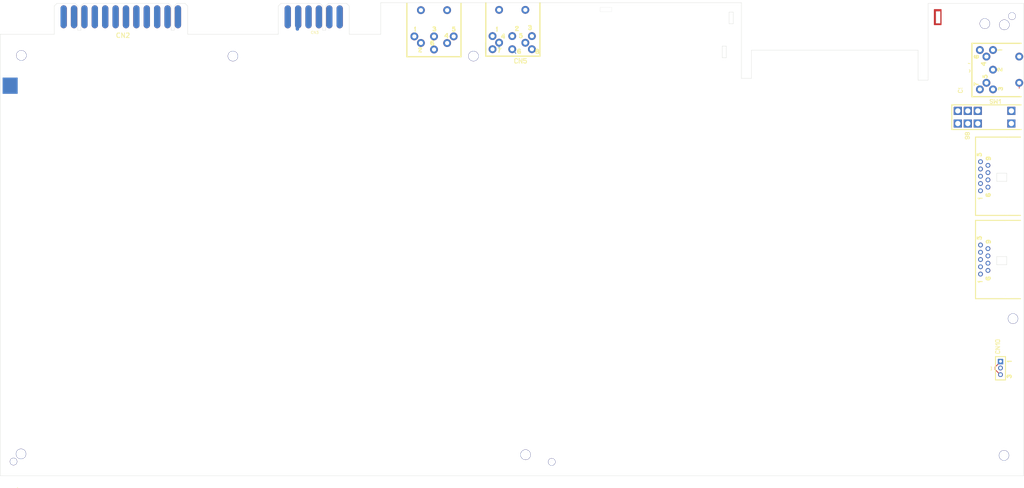
<source format=kicad_pcb>
(kicad_pcb (version 20211014) (generator pcbnew)
  (title_block (title "C64 Motherboard KU-14194HB") (date "2020-01-23") (rev "1.4") (company "Commodore 1982") (comment 1 "layout retraced and schematics drawn by bwack 2019"))
  (layers (0 "F.Cu" signal) (31 "B.Cu" signal) (34 "B.Paste" user) (35 "F.Paste" user) (36 "B.SilkS" user "B.Silkscreen") (37 "F.SilkS" user "F.Silkscreen") (38 "B.Mask" user) (39 "F.Mask" user) (44 "Edge.Cuts" user))
  (net 0 "")
  (net 1 "+5V")
  (net 2 "Earth")
  (net 3 "/Sheet1/ATN")
  (net 4 "/Sheet1/DATA")
  (net 5 "/Sheet1/CLK")
  (net 6 "/Sheet1/~{FLAG2}")
  (net 7 "/Sheet1/CASS_RD")
  (net 8 "/Sheet1/CNT1")
  (net 9 "/Sheet1/SP1")
  (net 10 "/Sheet1/CNT2")
  (net 11 "/Sheet1/SP2")
  (net 12 "/Sheet1/JOYA3")
  (net 13 "/Sheet1/JOYA2")
  (net 14 "/Sheet1/JOYA1")
  (net 15 "/Sheet1/JOYA0")
  (net 16 "/Sheet1/BTNB")
  (net 17 "/Sheet1/COL3")
  (net 18 "/Sheet1/COL2")
  (net 19 "/Sheet1/COL1")
  (net 20 "/Sheet1/COL0")
  (net 21 "/Sheet1/PA2")
  (net 22 "/Sheet1/PB0")
  (net 23 "/Sheet1/PB1")
  (net 24 "/Sheet1/PB2")
  (net 25 "/Sheet1/PB3")
  (net 26 "/Sheet1/PB4")
  (net 27 "/Sheet1/PB5")
  (net 28 "/Sheet1/PB6")
  (net 29 "/Sheet1/PB7")
  (net 30 "/Sheet1/~{PC2}")
  (net 31 "/Sheet1/POTBX")
  (net 32 "/Sheet1/POTBY")
  (net 33 "/Sheet1/POTAX")
  (net 34 "/Sheet1/POTAY")
  (net 35 "/Sheet1/9VAC~")
  (net 36 "~{RESET}")
  (net 37 "/Sheet1/ATN'")
  (net 38 "/Sheet1/'9VAC~")
  (net 39 "/Sheet1/CASS_SENSE")
  (net 40 "Net-(CN3-PadC,3)")
  (net 41 "/Sheet1/5V_FB3")
  (net 42 "/Sheet1/CASS_WRT'")
  (net 43 "Net-(C97-Pad2)")
  (net 44 "/Sheet1/GND_LED")
  (net 45 "/Sheet1/LED+")
  (net 46 "Net-(C20-Pad2)")
  (net 47 "Net-(CN7-Pad4)")
  (net 48 "Net-(CN7-Pad6)")
  (net 49 "/Sheet1/5V_joyport")
  (net 50 "/Sheet1/9VAC")
  (net 51 "Net-(SW1-Pad3)")
  (net 52 "Net-(SW1-Pad6)")
  (net 53 "/Sheet5D659BBD/AUDIO_IN")
  (net 54 "/Sheet5D659BBD/AUDIO_OUT")
  (net 55 "BTNA\\~{LP}")
  (net 56 "Net-(CN5-Pad8)")
  (net 57 "Net-(CN5-Pad7)")
  (net 58 "/Sheet5D659BBD/LUMA_O")
  (net 59 "/Sheet5D659BBD/COMP_O")
  (net 60 "/Sheet5D659BBD/CHROMA_O")
  (footprint "KU-14194HB-RevB-KiCad:EDGE_CON_12P_TAPE" (layer "F.Cu") (at 124.53897 51.460801)
    (fp_text reference "CN3" (at 10.285343 5.961702) (layer "F.SilkS"))
    (fp_text value "CASSETTE_PORT_CON")
    (pad "A,1" smd oval locked (at 19.8 0) (size 2.41 8.76) (layers "B.Cu" "B.Mask") (net 2 "Earth"))
    (pad "A,1" smd oval locked (at 19.8 0) (size 2.41 8.76) (layers "F.Cu" "F.Mask") (net 2 "Earth"))
    (pad "B,2" smd oval locked (at 15.84 0) (size 2.41 8.76) (layers "B.Cu" "F.Mask") (net 41 "/Sheet1/5V_FB3"))
    (pad "B,2" smd oval locked (at 15.84 0) (size 2.41 8.76) (layers "F.Cu" "F.Mask") (net 41 "/Sheet1/5V_FB3"))
    (pad "C,3" smd oval locked (at 11.88 0) (size 2.41 8.76) (layers "B.Cu" "F.Mask") (net 40 "Net-(CN3-PadC,3)"))
    (pad "C,3" smd oval locked (at 11.88 0) (size 2.41 8.76) (layers "F.Cu" "F.Mask") (net 40 "Net-(CN3-PadC,3)"))
    (pad "D,4" smd oval locked (at 7.92 0) (size 2.41 8.76) (layers "F.Cu" "F.Mask") (net 7 "/Sheet1/CASS_RD"))
    (pad "D,4" smd oval locked (at 7.92 0) (size 2.41 8.76) (layers "B.Cu" "F.Mask") (net 7 "/Sheet1/CASS_RD"))
    (pad "E,5" smd oval locked (at 3.96 0) (size 2.41 8.76) (layers "B.Cu" "F.Mask") (net 42 "/Sheet1/CASS_WRT'"))
    (pad "E,5" smd oval locked (at 3.96 0) (size 2.41 8.76) (layers "F.Cu" "F.Mask") (net 42 "/Sheet1/CASS_WRT'"))
    (pad "F,6" smd oval locked (at 0 0) (size 2.41 8.76) (layers "F.Cu" "F.Mask") (net 39 "/Sheet1/CASS_SENSE"))
    (pad "F,6" smd oval locked (at 0 0) (size 2.41 8.76) (layers "B.Cu" "F.Mask") (net 39 "/Sheet1/CASS_SENSE"))
  )
  (footprint "KU-14194HB-RevB-KiCad:POWER_CON_DIN7" (layer "F.Cu") (at 393.375585 71.602692)
    (fp_text reference "CN7" hide)
    (fp_text value "POWER_CON")
    (pad "1" thru_hole circle locked (at 10 5) (size 3 3) (drill 1.6) (layers *.Cu *.Mask) (net 2 "Earth"))
    (pad "1" thru_hole circle locked (at 0 -7.5) (size 3 3) (drill 1.6) (layers *.Cu *.Mask) (net 2 "Earth"))
    (pad "1" thru_hole circle locked (at 10 -5) (size 3 3) (drill 1.6) (layers *.Cu *.Mask) (net 2 "Earth"))
    (pad "2" thru_hole circle locked (at 0 0) (size 3 3) (drill 1.6) (layers *.Cu *.Mask) (net 2 "Earth"))
    (pad "3" thru_hole circle locked (at 0 7.5) (size 3 3) (drill 1.6) (layers *.Cu *.Mask) (net 2 "Earth"))
    (pad "4" thru_hole circle locked (at -2.5 -5) (size 3 3) (drill 1.6) (layers *.Cu *.Mask) (net 47 "Net-(CN7-Pad4)"))
    (pad "5" thru_hole circle locked (at -2.5 5) (size 3 3) (drill 1.6) (layers *.Cu *.Mask) (net 47 "Net-(CN7-Pad4)"))
    (pad "6" thru_hole circle locked (at -5 -7.5) (size 3 3) (drill 1.6) (layers *.Cu *.Mask) (net 48 "Net-(CN7-Pad6)"))
    (pad "7" thru_hole circle locked (at -5 7.5) (size 3 3) (drill 1.6) (layers *.Cu *.Mask) (net 46 "Net-(C20-Pad2)"))
  )
  (footprint "KU-14194HB-RevB-KiCad:SERIAL_CON_DIN6" (layer "F.Cu") (at 180.298917 58.908903)
    (fp_text reference "CN4" hide)
    (fp_text value "SERIAL_BUS_CON")
    (pad "1" thru_hole circle locked (at -7.5 0) (size 3 3) (drill 1.6) (layers *.Cu *.Mask) (net 7 "/Sheet1/CASS_RD"))
    (pad "2" thru_hole circle locked (at -5 -10) (size 3 3) (drill 1.6) (layers *.Cu *.Mask) (net 2 "Earth"))
    (pad "2" thru_hole circle locked (at -5 2.5) (size 3 3) (drill 1.6) (layers *.Cu *.Mask) (net 2 "Earth"))
    (pad "2" thru_hole circle locked (at 5 -10) (size 3 3) (drill 1.6) (layers *.Cu *.Mask) (net 2 "Earth"))
    (pad "3" thru_hole circle locked (at 0 0) (size 3 3) (drill 1.6) (layers *.Cu *.Mask) (net 3 "/Sheet1/ATN"))
    (pad "4" thru_hole circle locked (at 5 2.54) (size 3 3) (drill 1.6) (layers *.Cu *.Mask) (net 5 "/Sheet1/CLK"))
    (pad "5" thru_hole circle locked (at 7.5 0) (size 3 3) (drill 1.6) (layers *.Cu *.Mask) (net 4 "/Sheet1/DATA"))
    (pad "6" thru_hole circle locked (at 0 5) (size 3 3) (drill 1.6) (layers *.Cu *.Mask) (net 36 "~{RESET}"))
  )
  (footprint "KU-14194HB-RevB-KiCad:JOYPORT_DB9" (layer "F.Cu") (at 391.46 112.22 90)
    (fp_text reference "CN8" hide)
    (fp_text value "CONTROL_PORT")
    (pad "" np_thru_hole circle locked (at -12.5 7.5 90) (size 3.3 3.3) (drill 3.3) (layers *.Cu *.Mask))
    (pad "" np_thru_hole circle locked (at 12.5 7.5 90) (size 3.3 3.3) (drill 3.3) (layers *.Cu *.Mask))
    (pad "1" thru_hole circle locked (at -5.54 -2.84 90) (size 1.8 1.8) (drill 1.1) (layers *.Cu *.Mask) (net 20 "/Sheet1/COL0"))
    (pad "2" thru_hole circle locked (at -2.77 -2.84 90) (size 1.8 1.8) (drill 1.1) (layers *.Cu *.Mask) (net 19 "/Sheet1/COL1"))
    (pad "3" thru_hole circle locked (at 0 -2.84 90) (size 1.8 1.8) (drill 1.1) (layers *.Cu *.Mask) (net 18 "/Sheet1/COL2"))
    (pad "4" thru_hole circle locked (at 2.77 -2.84 90) (size 1.8 1.8) (drill 1.1) (layers *.Cu *.Mask) (net 17 "/Sheet1/COL3"))
    (pad "5" thru_hole circle locked (at 5.54 -2.84 90) (size 1.8 1.8) (drill 1.1) (layers *.Cu *.Mask) (net 32 "/Sheet1/POTBY"))
    (pad "6" thru_hole circle locked (at -4.155 0 90) (size 1.8 1.8) (drill 1.1) (layers *.Cu *.Mask) (net 16 "/Sheet1/BTNB"))
    (pad "7" thru_hole circle locked (at -1.385 0 90) (size 1.8 1.8) (drill 1.1) (layers *.Cu *.Mask) (net 49 "/Sheet1/5V_joyport"))
    (pad "8" thru_hole circle locked (at 1.385 0 90) (size 1.8 1.8) (drill 1.1) (layers *.Cu *.Mask) (net 2 "Earth"))
    (pad "9" thru_hole circle locked (at 4.155 0 90) (size 1.8 1.8) (drill 1.1) (layers *.Cu *.Mask) (net 31 "/Sheet1/POTBX"))
  )
  (footprint "KU-14194HB-RevB-KiCad:JOYPORT_DB9" (layer "F.Cu") (at 391.46 143.97 90)
    (fp_text reference "CN9" hide)
    (fp_text value "CONTROL_PORT")
    (pad "" np_thru_hole circle locked (at -12.5 7.5 90) (size 3.3 3.3) (drill 3.3) (layers *.Cu *.Mask))
    (pad "" np_thru_hole circle locked (at 12.5 7.5 90) (size 3.3 3.3) (drill 3.3) (layers *.Cu *.Mask))
    (pad "1" thru_hole circle locked (at -5.54 -2.84 90) (size 1.8 1.8) (drill 1.1) (layers *.Cu *.Mask) (net 15 "/Sheet1/JOYA0"))
    (pad "2" thru_hole circle locked (at -2.77 -2.84 90) (size 1.8 1.8) (drill 1.1) (layers *.Cu *.Mask) (net 14 "/Sheet1/JOYA1"))
    (pad "3" thru_hole circle locked (at 0 -2.84 90) (size 1.8 1.8) (drill 1.1) (layers *.Cu *.Mask) (net 13 "/Sheet1/JOYA2"))
    (pad "4" thru_hole circle locked (at 2.77 -2.84 90) (size 1.8 1.8) (drill 1.1) (layers *.Cu *.Mask) (net 12 "/Sheet1/JOYA3"))
    (pad "5" thru_hole circle locked (at 5.54 -2.84 90) (size 1.8 1.8) (drill 1.1) (layers *.Cu *.Mask) (net 34 "/Sheet1/POTAY"))
    (pad "6" thru_hole circle locked (at -4.155 0 90) (size 1.8 1.8) (drill 1.1) (layers *.Cu *.Mask) (net 55 "BTNA\\~{LP}"))
    (pad "7" thru_hole circle locked (at -1.385 0 90) (size 1.8 1.8) (drill 1.1) (layers *.Cu *.Mask) (net 49 "/Sheet1/5V_joyport"))
    (pad "8" thru_hole circle locked (at 1.385 0 90) (size 1.8 1.8) (drill 1.1) (layers *.Cu *.Mask) (net 2 "Earth"))
    (pad "9" thru_hole circle locked (at 4.155 0 90) (size 1.8 1.8) (drill 1.1) (layers *.Cu *.Mask) (net 33 "/Sheet1/POTAX"))
  )
  (footprint "KU-14194HB-RevB-KiCad:LED_CON" (layer "F.Cu") (at 396.24 182.775)
    (fp_text reference "CN10" hide)
    (fp_text value "LED_CONNECTOR")
    (pad "1" thru_hole rect locked (at 0 0) (size 1.8 1.8) (drill 1.1) (layers *.Cu *.Mask) (net 45 "/Sheet1/LED+"))
    (pad "2" thru_hole circle locked (at 0 2.54) (size 1.8 1.8) (drill 1.1) (layers *.Cu *.Mask) (net 44 "/Sheet1/GND_LED"))
    (pad "3" thru_hole circle locked (at 0 5.08) (size 1.8 1.8) (drill 1.1) (layers *.Cu *.Mask) (net 45 "/Sheet1/LED+"))
  )
  (footprint "KU-14194HB-RevB-KiCad:AV_CON_DIN8" (layer "F.Cu") (at 210.109428 58.796403)
    (fp_text reference "CN5" hide)
    (fp_text value "AV_CONN")
    (pad "1" thru_hole circle locked (at -7.5 0) (size 3 3) (drill 1.6) (layers *.Cu *.Mask) (net 58 "/Sheet5D659BBD/LUMA_O"))
    (pad "2" thru_hole circle locked (at -5 -10) (size 3 3) (drill 1.6) (layers *.Cu *.Mask) (net 2 "Earth"))
    (pad "2" thru_hole circle locked (at 5 -10) (size 3 3) (drill 1.6) (layers *.Cu *.Mask) (net 2 "Earth"))
    (pad "2" thru_hole circle locked (at 0 0) (size 3 3) (drill 1.6) (layers *.Cu *.Mask) (net 2 "Earth"))
    (pad "3" thru_hole circle locked (at 7.5 0) (size 3 3) (drill 1.6) (layers *.Cu *.Mask) (net 54 "/Sheet5D659BBD/AUDIO_OUT"))
    (pad "4" thru_hole circle locked (at -5 2.5) (size 3 3) (drill 1.6) (layers *.Cu *.Mask) (net 59 "/Sheet5D659BBD/COMP_O"))
    (pad "5" thru_hole circle locked (at 5 2.54) (size 3 3) (drill 1.6) (layers *.Cu *.Mask) (net 53 "/Sheet5D659BBD/AUDIO_IN"))
    (pad "6" thru_hole circle locked (at 0 5) (size 3 3) (drill 1.6) (layers *.Cu *.Mask) (net 60 "/Sheet5D659BBD/CHROMA_O"))
    (pad "7" thru_hole circle locked (at -7.5 5) (size 3 3) (drill 1.6) (layers *.Cu *.Mask) (net 57 "Net-(CN5-Pad7)"))
    (pad "8" thru_hole circle locked (at 7.5 5) (size 3 3) (drill 1.6) (layers *.Cu *.Mask) (net 56 "Net-(CN5-Pad8)"))
  )
  (footprint "KU-14194HB-RevB-KiCad:EDGE_CON_24P" (layer "F.Cu") (at 39.116 51.435)
    (fp_text reference "CN2" (at 22.606 7.112) (layer "F.SilkS") (effects (font (size 1.8 1.8) (thickness 0.3))))
    (fp_text value "USER_PORT_CON")
    (pad "1" smd oval locked (at 43.56 0) (size 2.41 8.76) (layers "F.Cu" "F.Mask") (net 2 "Earth"))
    (pad "2" smd oval locked (at 39.6 0) (size 2.41 8.76) (layers "F.Cu" "F.Mask") (net 1 "+5V"))
    (pad "3" smd oval locked (at 35.64 0) (size 2.41 8.76) (layers "F.Cu" "F.Mask") (net 36 "~{RESET}"))
    (pad "4" smd oval locked (at 31.68 0) (size 2.41 8.76) (layers "F.Cu" "F.Mask") (net 8 "/Sheet1/CNT1"))
    (pad "5" smd oval locked (at 27.72 0) (size 2.41 8.76) (layers "F.Cu" "F.Mask") (net 9 "/Sheet1/SP1"))
    (pad "6" smd oval locked (at 23.76 0) (size 2.41 8.76) (layers "F.Cu" "F.Mask") (net 10 "/Sheet1/CNT2"))
    (pad "7" smd oval locked (at 19.8 0) (size 2.41 8.76) (layers "F.Cu" "F.Mask") (net 11 "/Sheet1/SP2"))
    (pad "8" smd oval locked (at 15.84 0) (size 2.41 8.76) (layers "F.Cu" "F.Mask") (net 30 "/Sheet1/~{PC2}"))
    (pad "9" smd oval locked (at 11.88 0) (size 2.41 8.76) (layers "F.Cu" "F.Mask") (net 37 "/Sheet1/ATN'"))
    (pad "10" smd oval locked (at 7.92 0) (size 2.41 8.76) (layers "F.Cu" "F.Mask") (net 35 "/Sheet1/9VAC~"))
    (pad "11" smd oval locked (at 3.96 0) (size 2.41 8.76) (layers "F.Cu" "F.Mask") (net 38 "/Sheet1/'9VAC~"))
    (pad "12" smd oval locked (at 0 0) (size 2.41 8.76) (layers "F.Cu" "F.Mask") (net 2 "Earth"))
    (pad "A" smd oval locked (at 43.56 0) (size 2.41 8.76) (layers "B.Cu" "B.Mask") (net 2 "Earth"))
    (pad "B" smd oval locked (at 39.6 0) (size 2.41 8.76) (layers "B.Cu" "F.Mask") (net 6 "/Sheet1/~{FLAG2}"))
    (pad "C" smd oval locked (at 35.64 0) (size 2.41 8.76) (layers "B.Cu" "F.Mask") (net 22 "/Sheet1/PB0"))
    (pad "D" smd oval locked (at 31.68 0) (size 2.41 8.76) (layers "B.Cu" "F.Mask") (net 23 "/Sheet1/PB1"))
    (pad "E" smd oval locked (at 27.72 0) (size 2.41 8.76) (layers "B.Cu" "F.Mask") (net 24 "/Sheet1/PB2"))
    (pad "F" smd oval locked (at 23.76 0) (size 2.41 8.76) (layers "B.Cu" "F.Mask") (net 25 "/Sheet1/PB3"))
    (pad "H" smd oval locked (at 19.8 0) (size 2.41 8.76) (layers "B.Cu" "F.Mask") (net 26 "/Sheet1/PB4"))
    (pad "J" smd oval locked (at 15.84 0) (size 2.41 8.76) (layers "B.Cu" "F.Mask") (net 27 "/Sheet1/PB5"))
    (pad "K" smd oval locked (at 11.88 0) (size 2.41 8.76) (layers "B.Cu" "F.Mask") (net 28 "/Sheet1/PB6"))
    (pad "L" smd oval locked (at 7.92 0) (size 2.41 8.76) (layers "B.Cu" "F.Mask") (net 29 "/Sheet1/PB7"))
    (pad "M" smd oval locked (at 3.96 0) (size 2.41 8.76) (layers "B.Cu" "F.Mask") (net 21 "/Sheet1/PA2"))
    (pad "N" smd oval locked (at 0 0) (size 2.41 8.76) (layers "B.Cu" "F.Mask") (net 2 "Earth"))
  )
  (footprint "KU-14194HB-RevB-KiCad:POWER_SWITCH" (layer "F.Cu") (at 383.776375 92.125006 90)
    (fp_text reference "SW1" hide)
    (fp_text value "POWER_SWITCH")
    (pad "1" thru_hole rect locked (at 0 0 90) (size 3.1 3.1) (drill 2) (layers *.Cu *.Mask) (net 50 "/Sheet1/9VAC"))
    (pad "2" thru_hole rect locked (at 0 3.81 90) (size 3.1 3.1) (drill 2) (layers *.Cu *.Mask) (net 48 "Net-(CN7-Pad6)"))
    (pad "3" thru_hole rect locked (at 0 -3.81 90) (size 3.1 3.1) (drill 2) (layers *.Cu *.Mask) (net 51 "Net-(SW1-Pad3)"))
    (pad "4" thru_hole rect locked (at 4.83 0 90) (size 3.1 3.1) (drill 2) (layers *.Cu *.Mask) (net 43 "Net-(C97-Pad2)"))
    (pad "5" thru_hole rect locked (at 4.83 3.81 90) (size 3.1 3.1) (drill 2) (layers *.Cu *.Mask) (net 47 "Net-(CN7-Pad4)"))
    (pad "6" thru_hole rect locked (at 4.83 -3.81 90) (size 3.1 3.1) (drill 2) (layers *.Cu *.Mask) (net 52 "Net-(SW1-Pad6)"))
    (pad "pe" thru_hole rect locked (at 4.83 16.6 90) (size 3.1 3.1) (drill 2) (layers *.Cu *.Mask))
    (pad "pe" thru_hole rect locked (at 0 16.6 90) (size 3.1 3.1) (drill 2) (layers *.Cu *.Mask))
  )
  (gr_poly (pts (xy 15.85 74.6125) (xy 21.59 74.6125) (xy 21.59 80.8) (xy 15.85 80.8)) (layer "B.Cu") (width 0) (fill solid))
  (gr_poly (pts (xy 395.19 181.83) (xy 397.29 181.83) (xy 397.29 183.93) (xy 395.19 183.93)) (layer "B.Cu") (width 0) (fill solid))
  (gr_line (start 399.3855 188.2285) (end 399.433 188.322) (layer "F.SilkS") (width 0.4))
  (gr_line (start 211.2 67.4521) (end 211.4666 67.341) (layer "F.SilkS") (width 0.318))
  (gr_line (start 400.3296 188.4338) (end 400.3357 188.512) (layer "F.SilkS") (width 0.4))
  (gr_line (start 383.4918 95.6449) (end 383.5918 95.8849) (layer "F.SilkS") (width 0.286))
  (gr_line (start 400.1901 188.9289) (end 400.1319 188.9856) (layer "F.SilkS") (width 0.4))
  (gr_line (start 214.5778 68.1187) (end 214.8444 68.0076) (layer "F.SilkS") (width 0.318))
  (gr_line (start 211.4666 69.1187) (end 211.2 69.0076) (layer "F.SilkS") (width 0.318))
  (gr_line (start 383.5918 95.8849) (end 383.6918 95.6449) (layer "F.SilkS") (width 0.286))
  (gr_line (start 398.8813 188.8722) (end 398.8078 188.7588) (layer "F.SilkS") (width 0.4))
  (gr_line (start 384.6252 72.1925) (end 384.5252 72.4325) (layer "F.SilkS") (width 0.286))
  (gr_line (start 380.4246 78.7573) (end 380.2246 78.6373) (layer "F.SilkS") (width 0.286))
  (gr_line (start 399.453 188.4139) (end 399.4606 188.489) (layer "F.SilkS") (width 0.4))
  (gr_line (start 212.7556 67.341) (end 213.8222 69.1187) (layer "F.SilkS") (width 0.318))
  (gr_line (start 399.2001 188.0829) (end 399.2614 188.1089) (layer "F.SilkS") (width 0.4))
  (gr_line (start 399.0407 188.0676) (end 399.1142 188.0691) (layer "F.SilkS") (width 0.4))
  (gr_line (start 392.6392 184.7959) (end 392.7592 184.9959) (layer "F.SilkS") (width 0.286))
  (gr_line (start 394.4535 178.8766) (end 394.6535 178.7566) (layer "F.SilkS") (width 0.286))
  (gr_line (start 394.3535 179.3566) (end 394.3535 179.1166) (layer "F.SilkS") (width 0.286))
  (gr_line (start 392.2752 83.3961) (end 392.2752 83.1961) (layer "F.SilkS") (width 0.286))
  (gr_line (start 394.4535 174.6766) (end 394.6535 174.5566) (layer "F.SilkS") (width 0.286))
  (gr_line (start 399.7012 188.089) (end 399.8131 188.066) (layer "F.SilkS") (width 0.4))
  (gr_line (start 211.0666 68.7854) (end 211.0666 67.6743) (layer "F.SilkS") (width 0.318))
  (gr_line (start 383.0918 98.0049) (end 382.8918 97.8849) (layer "F.SilkS") (width 0.286))
  (gr_line (start 394.6535 175.5166) (end 394.4535 175.3966) (layer "F.SilkS") (width 0.286))
  (gr_line (start 398.7648 188.561) (end 398.7694 188.4553) (layer "F.SilkS") (width 0.4))
  (gr_line (start 380.7246 78.7573) (end 380.4246 78.7573) (layer "F.SilkS") (width 0.286))
  (gr_line (start 215.5111 68.7854) (end 215.3778 69.0076) (layer "F.SilkS") (width 0.318))
  (gr_line (start 211.7333 67.341) (end 212 67.4521) (layer "F.SilkS") (width 0.318))
  (gr_line (start 392.7592 184.9959) (end 392.7592 185.9959) (layer "F.SilkS") (width 0.286))
  (gr_line (start 211.7333 69.1187) (end 211.4666 69.1187) (layer "F.SilkS") (width 0.318))
  (gr_line (start 398.7771 188.653) (end 398.7648 188.561) (layer "F.SilkS") (width 0.4))
  (gr_line (start 384.3918 96.1249) (end 384.2918 96.3649) (layer "F.SilkS") (width 0.286))
  (gr_line (start 393.1152 83.7961) (end 392.8752 83.6961) (layer "F.SilkS") (width 0.286))
  (gr_line (start 399.5204 188.2224) (end 399.6016 188.1442) (layer "F.SilkS") (width 0.4))
  (gr_line (start 380.9246 78.6373) (end 380.7246 78.7573) (layer "F.SilkS") (width 0.286))
  (gr_line (start 211.2 69.0076) (end 211.0666 68.7854) (layer "F.SilkS") (width 0.318))
  (gr_line (start 399.433 188.322) (end 399.453 188.4139) (layer "F.SilkS") (width 0.4))
  (gr_line (start 214.5778 69.0076) (end 214.4444 68.7854) (layer "F.SilkS") (width 0.318))
  (gr_line (start 392.8752 82.8961) (end 393.1152 82.9961) (layer "F.SilkS") (width 0.286))
  (gr_line (start 399.4606 188.489) (end 399.4622 188.5672) (layer "F.SilkS") (width 0.4))
  (gr_line (start 383.3918 98.0049) (end 383.0918 98.0049) (layer "F.SilkS") (width 0.286))
  (gr_line (start 382.8918 96.3649) (end 382.7918 96.1249) (layer "F.SilkS") (width 0.286))
  (gr_line (start 215.5111 68.341) (end 215.5111 68.7854) (layer "F.SilkS") (width 0.318))
  (gr_line (start 395.8535 179.5966) (end 395.6535 179.7166) (layer "F.SilkS") (width 0.286))
  (gr_line (start 384.2918 97.8849) (end 384.3918 97.6449) (layer "F.SilkS") (width 0.286))
  (gr_line (start 212 69.0076) (end 211.7333 69.1187) (layer "F.SilkS") (width 0.318))
  (gr_line (start 399.4668 188.3925) (end 399.5204 188.2224) (layer "F.SilkS") (width 0.4))
  (gr_line (start 384.2918 97.1649) (end 384.0918 97.0449) (layer "F.SilkS") (width 0.286))
  (gr_line (start 400.3991 182.7644) (end 398.9344 182.7644) (layer "F.SilkS") (width 0.4))
  (gr_line (start 383.0918 97.0449) (end 383.5918 97.0449) (layer "F.SilkS") (width 0.286))
  (gr_line (start 211.4666 67.341) (end 211.7333 67.341) (layer "F.SilkS") (width 0.318))
  (gr_line (start 384.3918 97.6449) (end 384.3918 97.4049) (layer "F.SilkS") (width 0.286))
  (gr_line (start 394.3535 176.0766) (end 395.9535 176.0766) (layer "F.SilkS") (width 0.286))
  (gr_line (start 400.0767 189.0193) (end 400.0491 189.0407) (layer "F.SilkS") (width 0.4))
  (gr_line (start 394.4535 175.3966) (end 394.3535 175.1566) (layer "F.SilkS") (width 0.286))
  (gr_line (start 399.9188 188.0384) (end 400.0277 188.0614) (layer "F.SilkS") (width 0.4))
  (gr_line (start 21.5043 230.9532) (end 21.5043 230.9532) (layer "F.SilkS") (width 0.302))
  (gr_line (start 393.1152 82.9961) (end 393.2352 83.1961) (layer "F.SilkS") (width 0.286))
  (gr_line (start 383.5918 95.8849) (end 383.5918 96.1249) (layer "F.SilkS") (width 0.286))
  (gr_line (start 395.9535 178.1966) (end 394.3535 178.1966) (layer "F.SilkS") (width 0.286))
  (gr_line (start 398.8905 188.204) (end 398.9748 188.0967) (layer "F.SilkS") (width 0.4))
  (gr_line (start 381.7246 79.9173) (end 381.6246 80.1573) (layer "F.SilkS") (width 0.286))
  (gr_line (start 398.7694 188.4553) (end 398.8032 188.345) (layer "F.SilkS") (width 0.4))
  (gr_line (start 398.9344 182.7644) (end 399.2274 182.9698) (layer "F.SilkS") (width 0.4))
  (gr_line (start 214.8444 69.1187) (end 214.5778 69.0076) (layer "F.SilkS") (width 0.318))
  (gr_line (start 384.2918 96.3649) (end 384.0918 96.4849) (layer "F.SilkS") (width 0.286))
  (gr_line (start 380.2246 79.4373) (end 380.4246 79.3173) (layer "F.SilkS") (width 0.286))
  (gr_line (start 383.2918 95.5249) (end 383.4918 95.6449) (layer "F.SilkS") (width 0.286))
  (gr_line (start 380.1246 79.9173) (end 380.1246 79.6773) (layer "F.SilkS") (width 0.286))
  (gr_line (start 380.1246 79.6773) (end 380.2246 79.4373) (layer "F.SilkS") (width 0.286))
  (gr_line (start 215.3778 69.0076) (end 215.1111 69.1187) (layer "F.SilkS") (width 0.318))
  (gr_line (start 381.6246 79.4373) (end 381.7246 79.6773) (layer "F.SilkS") (width 0.286))
  (gr_line (start 400.2668 188.2729) (end 400.3005 188.345) (layer "F.SilkS") (width 0.4))
  (gr_line (start 395.9535 175.1566) (end 395.8535 175.3966) (layer "F.SilkS") (width 0.286))
  (gr_line (start 395.8535 178.8766) (end 395.9535 179.1166) (layer "F.SilkS") (width 0.286))
  (gr_line (start 215.1111 68.0076) (end 215.3778 68.1187) (layer "F.SilkS") (width 0.318))
  (gr_line (start 382.8918 97.1649) (end 383.0918 97.0449) (layer "F.SilkS") (width 0.286))
  (gr_line (start 399.1142 188.0691) (end 399.2001 188.0829) (layer "F.SilkS") (width 0.4))
  (gr_line (start 214.4444 68.1187) (end 214.5778 68.1187) (layer "F.SilkS") (width 0.318))
  (gr_line (start 212 67.4521) (end 212.1333 67.6743) (layer "F.SilkS") (width 0.318))
  (gr_line (start 213.8222 69.1187) (end 213.8222 67.341) (layer "F.SilkS") (width 0.318))
  (gr_line (start 398.9824 188.9672) (end 398.8813 188.8722) (layer "F.SilkS") (width 0.4))
  (gr_line (start 400.253 188.8507) (end 400.1901 188.9289) (layer "F.SilkS") (width 0.4))
  (gr_line (start 383.6918 96.3649) (end 383.5918 96.1249) (layer "F.SilkS") (width 0.286))
  (gr_line (start 395.9535 177.2366) (end 394.3535 177.2366) (layer "F.SilkS") (width 0.286))
  (gr_line (start 383.0918 95.5249) (end 383.2918 95.5249) (layer "F.SilkS") (width 0.286))
  (gr_line (start 398.145 180.975) (end 398.145 189.865) (layer "F.SilkS") (width 0.4))
  (gr_line (start 383.0918 96.4849) (end 382.8918 96.3649) (layer "F.SilkS") (width 0.286))
  (gr_line (start 381.6246 80.1573) (end 381.4246 80.2773) (layer "F.SilkS") (width 0.286))
  (gr_line (start 395.6535 175.5166) (end 394.6535 175.5166) (layer "F.SilkS") (width 0.286))
  (gr_line (start 212.1333 68.7854) (end 212 69.0076) (layer "F.SilkS") (width 0.318))
  (gr_line (start 384.3918 95.8849) (end 384.3918 96.1249) (layer "F.SilkS") (width 0.286))
  (gr_line (start 400.0982 188.0844) (end 400.1656 188.1365) (layer "F.SilkS") (width 0.4))
  (gr_line (start 212.7556 69.1187) (end 212.7556 67.341) (layer "F.SilkS") (width 0.318))
  (gr_line (start 384.2918 95.6449) (end 384.3918 95.8849) (layer "F.SilkS") (width 0.286))
  (gr_line (start 383.6918 97.4049) (end 383.6918 97.6449) (layer "F.SilkS") (width 0.286))
  (gr_line (start 380.2246 80.1573) (end 380.1246 79.9173) (layer "F.SilkS") (width 0.286))
  (gr_line (start 383.6918 95.6449) (end 383.8918 95.5249) (layer "F.SilkS") (width 0.286))
  (gr_line (start 393.2352 83.9961) (end 393.1152 83.7961) (layer "F.SilkS") (width 0.286))
  (gr_line (start 381.4246 78.7573) (end 381.6246 78.6373) (layer "F.SilkS") (width 0.286))
  (gr_line (start 383.8918 96.4849) (end 383.6918 96.3649) (layer "F.SilkS") (width 0.286))
  (gr_line (start 384.0918 96.4849) (end 383.8918 96.4849) (layer "F.SilkS") (width 0.286))
  (gr_line (start 399.6016 188.1442) (end 399.7012 188.089) (layer "F.SilkS") (width 0.4))
  (gr_line (start 394.6535 179.7166) (end 394.4535 179.5966) (layer "F.SilkS") (width 0.286))
  (gr_line (start 399.3212 188.1518) (end 399.3855 188.2285) (layer "F.SilkS") (width 0.4))
  (gr_line (start 398.145 189.865) (end 394.335 189.865) (layer "F.SilkS") (width 0.4))
  (gr_line (start 395.6535 174.5566) (end 395.8535 174.6766) (layer "F.SilkS") (width 0.286))
  (gr_line (start 393.1152 84.3961) (end 393.2352 84.1961) (layer "F.SilkS") (width 0.286))
  (gr_line (start 382.7918 95.8849) (end 382.8918 95.6449) (layer "F.SilkS") (width 0.286))
  (gr_line (start 393.2352 84.1961) (end 393.2352 83.9961) (layer "F.SilkS") (width 0.286))
  (gr_line (start 381.7246 79.6773) (end 381.7246 79.9173) (layer "F.SilkS") (width 0.286))
  (gr_line (start 382.7918 97.6449) (end 382.7918 97.4049) (layer "F.SilkS") (width 0.286))
  (gr_line (start 394.6535 174.5566) (end 395.6535 174.5566) (layer "F.SilkS") (width 0.286))
  (gr_line (start 394.335 189.865) (end 394.335 180.975) (layer "F.SilkS") (width 0.4))
  (gr_line (start 214.8444 68.0076) (end 215.1111 68.0076) (layer "F.SilkS") (width 0.318))
  (gr_line (start 384.3918 97.4049) (end 384.2918 97.1649) (layer "F.SilkS") (width 0.286))
  (gr_line (start 214.4444 67.341) (end 214.4444 68.1187) (layer "F.SilkS") (width 0.318))
  (gr_line (start 392.8752 84.4961) (end 393.1152 84.3961) (layer "F.SilkS") (width 0.286))
  (gr_line (start 392.6352 84.4961) (end 392.8752 84.4961) (layer "F.SilkS") (width 0.286))
  (gr_line (start 382.8918 95.6449) (end 383.0918 95.5249) (layer "F.SilkS") (width 0.286))
  (gr_line (start 383.5918 96.1249) (end 383.4918 96.3649) (layer "F.SilkS") (width 0.286))
  (gr_line (start 384.0918 97.0449) (end 383.5918 97.0449) (layer "F.SilkS") (width 0.286))
  (gr_line (start 215.5111 67.341) (end 214.4444 67.341) (layer "F.SilkS") (width 0.318))
  (gr_line (start 392.2752 84.1961) (end 392.3952 84.3961) (layer "F.SilkS") (width 0.286))
  (gr_line (start 395.5552 83.4961) (end 396.1552 82.8961) (layer "F.SilkS") (width 0.286))
  (gr_line (start 384.3252 71.5925) (end 384.5252 71.7125) (layer "F.SilkS") (width 0.286))
  (gr_line (start 383.6918 97.6449) (end 383.5918 97.8849) (layer "F.SilkS") (width 0.286))
  (gr_line (start 394.3952 83.4961) (end 394.9952 84.4961) (layer "F.SilkS") (width 0.286))
  (gr_line (start 384.5252 72.4325) (end 384.3252 72.5525) (layer "F.SilkS") (width 0.286))
  (gr_line (start 384.2252 69.2725) (end 384.6252 69.2725) (layer "F.SilkS") (width 0.286))
  (gr_line (start 395.8535 175.3966) (end 395.6535 175.5166) (layer "F.SilkS") (width 0.286))
  (gr_line (start 381.4246 80.2773) (end 380.4246 80.2773) (layer "F.SilkS") (width 0.286))
  (gr_line (start 400.3005 188.345) (end 400.3296 188.4338) (layer "F.SilkS") (width 0.4))
  (gr_line (start 400.1656 188.1365) (end 400.2668 188.2729) (layer "F.SilkS") (width 0.4))
  (gr_line (start 394.4535 179.5966) (end 394.3535 179.3566) (layer "F.SilkS") (width 0.286))
  (gr_line (start 392.2752 83.1961) (end 392.3952 82.9961) (layer "F.SilkS") (width 0.286))
  (gr_line (start 381.4246 79.3173) (end 381.6246 79.4373) (layer "F.SilkS") (width 0.286))
  (gr_line (start 400.3357 188.512) (end 400.3342 188.584) (layer "F.SilkS") (width 0.4))
  (gr_line (start 395.9535 174.9166) (end 395.9535 175.1566) (layer "F.SilkS") (width 0.286))
  (gr_line (start 384.0918 98.0049) (end 384.2918 97.8849) (layer "F.SilkS") (width 0.286))
  (gr_line (start 382.8918 97.8849) (end 382.7918 97.6449) (layer "F.SilkS") (width 0.286))
  (gr_line (start 383.9252 69.1525) (end 384.2252 69.2725) (layer "F.SilkS") (width 0.286))
  (gr_line (start 384.6252 71.9525) (end 384.6252 72.1925) (layer "F.SilkS") (width 0.286))
  (gr_line (start 383.4918 96.3649) (end 383.2918 96.4849) (layer "F.SilkS") (width 0.286))
  (gr_line (start 400.2913 188.7388) (end 400.253 188.8507) (layer "F.SilkS") (width 0.4))
  (gr_line (start 394.335 180.975) (end 398.145 180.975) (layer "F.SilkS") (width 0.4))
  (gr_line (start 383.2918 96.4849) (end 383.0918 96.4849) (layer "F.SilkS") (width 0.286))
  (gr_line (start 394.3535 179.1166) (end 394.4535 178.8766) (layer "F.SilkS") (width 0.286))
  (gr_line (start 383.4918 97.0449) (end 383.6918 97.4049) (layer "F.SilkS") (width 0.286))
  (gr_line (start 399.2614 188.1089) (end 399.3212 188.1518) (layer "F.SilkS") (width 0.4))
  (gr_line (start 399.8131 188.066) (end 399.9188 188.0384) (layer "F.SilkS") (width 0.4))
  (gr_line (start 392.8752 83.6961) (end 392.6352 83.6961) (layer "F.SilkS") (width 0.286))
  (gr_line (start 211.0666 67.6743) (end 211.2 67.4521) (layer "F.SilkS") (width 0.318))
  (gr_line (start 394.9952 84.4961) (end 394.9952 82.8961) (layer "F.SilkS") (width 0.286))
  (gr_line (start 392.7592 185.9959) (end 392.6392 186.1959) (layer "F.SilkS") (width 0.286))
  (gr_line (start 395.8535 174.6766) (end 395.9535 174.9166) (layer "F.SilkS") (width 0.286))
  (gr_line (start 394.9535 176.6766) (end 394.3535 176.0766) (layer "F.SilkS") (width 0.286))
  (gr_line (start 383.5918 97.0449) (end 383.4918 97.0449) (layer "F.SilkS") (width 0.286))
  (gr_line (start 398.8078 188.7588) (end 398.7771 188.653) (layer "F.SilkS") (width 0.4))
  (gr_line (start 400.3342 188.584) (end 400.3219 188.6653) (layer "F.SilkS") (width 0.4))
  (gr_line (start 399.4622 188.5672) (end 399.4668 188.3925) (layer "F.SilkS") (width 0.4))
  (gr_line (start 215.3778 68.1187) (end 215.5111 68.341) (layer "F.SilkS") (width 0.318))
  (gr_line (start 395.6535 178.7566) (end 395.8535 178.8766) (layer "F.SilkS") (width 0.286))
  (gr_line (start 398.9748 188.0967) (end 399.0407 188.0676) (layer "F.SilkS") (width 0.4))
  (gr_line (start 384.0918 95.5249) (end 384.2918 95.6449) (layer "F.SilkS") (width 0.286))
  (gr_line (start 395.9535 179.1166) (end 395.9535 179.3566) (layer "F.SilkS") (width 0.286))
  (gr_line (start 395.6535 179.7166) (end 394.6535 179.7166) (layer "F.SilkS") (width 0.286))
  (gr_line (start 400.0277 188.0614) (end 400.0982 188.0844) (layer "F.SilkS") (width 0.4))
  (gr_line (start 384.5252 71.7125) (end 384.6252 71.9525) (layer "F.SilkS") (width 0.286))
  (gr_line (start 392.3952 83.5961) (end 392.2752 83.3961) (layer "F.SilkS") (width 0.286))
  (gr_line (start 382.7918 96.1249) (end 382.7918 95.8849) (layer "F.SilkS") (width 0.286))
  (gr_line (start 398.8032 188.345) (end 398.8905 188.204) (layer "F.SilkS") (width 0.4))
  (gr_line (start 382.7918 97.4049) (end 382.8918 97.1649) (layer "F.SilkS") (width 0.286))
  (gr_line (start 392.3952 84.3961) (end 392.6352 84.4961) (layer "F.SilkS") (width 0.286))
  (gr_line (start 215.1111 69.1187) (end 214.8444 69.1187) (layer "F.SilkS") (width 0.318))
  (gr_line (start 383.5918 97.8849) (end 383.3918 98.0049) (layer "F.SilkS") (width 0.286))
  (gr_line (start 393.7952 82.8961) (end 393.7952 84.4961) (layer "F.SilkS") (width 0.286))
  (gr_line (start 394.3535 178.1966) (end 395.9535 177.2366) (layer "F.SilkS") (width 0.286))
  (gr_line (start 392.6352 82.8961) (end 392.8752 82.8961) (layer "F.SilkS") (width 0.286))
  (gr_line (start 400.1319 188.9856) (end 400.0767 189.0193) (layer "F.SilkS") (width 0.4))
  (gr_line (start 380.4246 80.2773) (end 380.2246 80.1573) (layer "F.SilkS") (width 0.286))
  (gr_line (start 395.9535 179.3566) (end 395.8535 179.5966) (layer "F.SilkS") (width 0.286))
  (gr_line (start 394.3535 175.1566) (end 394.3535 174.9166) (layer "F.SilkS") (width 0.286))
  (gr_line (start 392.6352 83.6961) (end 392.3952 83.5961) (layer "F.SilkS") (width 0.286))
  (gr_line (start 396.1552 82.8961) (end 396.1552 84.4961) (layer "F.SilkS") (width 0.286))
  (gr_line (start 392.3952 82.9961) (end 392.6352 82.8961) (layer "F.SilkS") (width 0.286))
  (gr_line (start 400.3219 188.6653) (end 400.2913 188.7388) (layer "F.SilkS") (width 0.4))
  (gr_line (start 383.8918 95.5249) (end 384.0918 95.5249) (layer "F.SilkS") (width 0.286))
  (gr_line (start 394.3535 174.9166) (end 394.4535 174.6766) (layer "F.SilkS") (width 0.286))
  (gr_line (start 393.7952 84.4961) (end 394.3952 83.4961) (layer "F.SilkS") (width 0.286))
  (gr_line (start 243.586 47.879) (end 248.031 47.879) (layer "Edge.Cuts") (width 0.05))
  (gr_line (start 248.031 47.879) (end 248.031 49.4665) (layer "Edge.Cuts") (width 0.05))
  (gr_line (start 248.031 49.4665) (end 243.586 49.4665) (layer "Edge.Cuts") (width 0.05))
  (gr_line (start 243.586 49.4665) (end 243.586 47.879) (layer "Edge.Cuts") (width 0.05))
  (gr_line (start 80.0735 47.3075) (end 80.0735 56.515) (layer "Edge.Cuts") (width 0.1))
  (gr_line (start 80.0735 56.515) (end 81.3435 56.515) (layer "Edge.Cuts") (width 0.1))
  (gr_line (start 81.3435 56.515) (end 81.3435 47.3075) (layer "Edge.Cuts") (width 0.1))
  (gr_line (start 82.296 46.355) (end 85.4075 46.355) (layer "Edge.Cuts") (width 0.1))
  (gr_line (start 14.9 226.3775) (end 14.9 58.1) (layer "Edge.Cuts") (width 0.1))
  (gr_line (start 394.7802 146.0044) (end 394.7802 142.8294) (layer "Edge.Cuts") (width 0.1))
  (gr_line (start 373.2581 49.4165) (end 373.2581 53.8615) (layer "Edge.Cuts") (width 0.1))
  (gr_line (start 139.065 56.515) (end 139.065 47.3075) (layer "Edge.Cuts") (width 0.1))
  (gr_line (start 394.7802 142.8294) (end 398.5902 142.8294) (layer "Edge.Cuts") (width 0.1))
  (gr_line (start 140.0175 46.355) (end 147.0025 46.355) (layer "Edge.Cuts") (width 0.1))
  (gr_line (start 290.1394 67.0402) (end 290.1394 62.5952) (layer "Edge.Cuts") (width 0.1))
  (gr_line (start 45.72 47.3075) (end 46.6725 46.355) (layer "Edge.Cuts") (width 0.1))
  (gr_line (start 292.7616 49.6344) (end 294.349 49.6344) (layer "Edge.Cuts") (width 0.1))
  (gr_line (start 35.56 47.3075) (end 36.5125 46.355) (layer "Edge.Cuts") (width 0.1))
  (gr_line (start 398.5902 146.0044) (end 394.7802 146.0044) (layer "Edge.Cuts") (width 0.1))
  (gr_line (start 398.5902 142.8294) (end 398.5902 146.0044) (layer "Edge.Cuts") (width 0.1))
  (gr_line (start 292.7616 54.0794) (end 292.7616 49.6344) (layer "Edge.Cuts") (width 0.1))
  (gr_line (start 139.065 47.3075) (end 140.0175 46.355) (layer "Edge.Cuts") (width 0.1))
  (gr_line (start 297.4975 46.0375) (end 297.4975 74.93) (layer "Edge.Cuts") (width 0.1))
  (gr_line (start 44.45 56.515) (end 45.72 56.515) (layer "Edge.Cuts") (width 0.1))
  (gr_line (start 294.349 54.0794) (end 292.7616 54.0794) (layer "Edge.Cuts") (width 0.1))
  (gr_line (start 137.795 56.515) (end 139.065 56.515) (layer "Edge.Cuts") (width 0.1))
  (gr_line (start 81.3435 47.3075) (end 82.296 46.355) (layer "Edge.Cuts") (width 0.1))
  (gr_line (start 371.6706 49.4165) (end 373.2581 49.4165) (layer "Edge.Cuts") (width 0.1))
  (gr_line (start 394.8182 111.0258) (end 398.6282 111.0258) (layer "Edge.Cuts") (width 0.1))
  (gr_line (start 368.6175 46.355) (end 405.13 46.355) (layer "Edge.Cuts") (width 0.1))
  (gr_line (start 301.3075 74.93) (end 301.3075 64.135) (layer "Edge.Cuts") (width 0.1))
  (gr_line (start 301.3075 64.135) (end 364.8075 64.135) (layer "Edge.Cuts") (width 0.1))
  (gr_line (start 35.56 58.1) (end 35.56 47.3075) (layer "Edge.Cuts") (width 0.1))
  (gr_line (start 294.349 49.6344) (end 294.349 54.0794) (layer "Edge.Cuts") (width 0.1))
  (gr_line (start 297.4975 74.93) (end 301.3075 74.93) (layer "Edge.Cuts") (width 0.1))
  (gr_line (start 398.6282 111.0258) (end 398.6282 114.2008) (layer "Edge.Cuts") (width 0.1))
  (gr_line (start 44.45 47.3075) (end 44.45 56.515) (layer "Edge.Cuts") (width 0.1))
  (gr_line (start 120.9675 58.1025) (end 120.9675 47.3075) (layer "Edge.Cuts") (width 0.1))
  (gr_line (start 160.02 46.0375) (end 297.4975 46.0375) (layer "Edge.Cuts") (width 0.1))
  (gr_line (start 120.9675 47.3075) (end 121.92 46.355) (layer "Edge.Cuts") (width 0.1))
  (gr_line (start 121.92 46.355) (end 136.8425 46.355) (layer "Edge.Cuts") (width 0.1))
  (gr_line (start 364.8075 75.565) (end 368.6175 75.565) (layer "Edge.Cuts") (width 0.1))
  (gr_line (start 291.727 62.5952) (end 291.727 67.0402) (layer "Edge.Cuts") (width 0.1))
  (gr_line (start 80.0735 47.3075) (end 79.121 46.355) (layer "Edge.Cuts") (width 0.1))
  (gr_line (start 147.0025 46.355) (end 147.955 47.3075) (layer "Edge.Cuts") (width 0.1))
  (gr_line (start 290.1394 62.5952) (end 291.727 62.5952) (layer "Edge.Cuts") (width 0.1))
  (gr_line (start 368.6175 75.565) (end 368.6175 46.355) (layer "Edge.Cuts") (width 0.1))
  (gr_line (start 36.5125 46.355) (end 43.4975 46.355) (layer "Edge.Cuts") (width 0.1))
  (gr_line (start 364.8075 64.135) (end 364.8075 75.565) (layer "Edge.Cuts") (width 0.1))
  (gr_line (start 137.795 47.3075) (end 137.795 56.515) (layer "Edge.Cuts") (width 0.1))
  (gr_line (start 373.2581 53.8615) (end 371.6706 53.8615) (layer "Edge.Cuts") (width 0.1))
  (gr_line (start 160.02 58.1025) (end 160.02 46.0375) (layer "Edge.Cuts") (width 0.1))
  (gr_line (start 371.6706 53.8615) (end 371.6706 49.4165) (layer "Edge.Cuts") (width 0.1))
  (gr_line (start 398.6282 114.2008) (end 394.8182 114.2008) (layer "Edge.Cuts") (width 0.1))
  (gr_line (start 394.8182 114.2008) (end 394.8182 111.0258) (layer "Edge.Cuts") (width 0.1))
  (gr_line (start 46.6725 46.355) (end 79.121 46.355) (layer "Edge.Cuts") (width 0.1))
  (gr_line (start 43.4975 46.355) (end 44.45 47.3075) (layer "Edge.Cuts") (width 0.1))
  (gr_line (start 14.9 58.1) (end 35.56 58.1) (layer "Edge.Cuts") (width 0.1))
  (gr_line (start 147.955 58.1025) (end 160.02 58.1025) (layer "Edge.Cuts") (width 0.1))
  (gr_line (start 147.955 47.3075) (end 147.955 58.1025) (layer "Edge.Cuts") (width 0.1))
  (gr_line (start 86.36 47.3075) (end 86.36 58.1025) (layer "Edge.Cuts") (width 0.1))
  (gr_line (start 405.13 226.3775) (end 14.9 226.3775) (layer "Edge.Cuts") (width 0.1))
  (gr_line (start 291.727 67.0402) (end 290.1394 67.0402) (layer "Edge.Cuts") (width 0.1))
  (gr_line (start 85.4075 46.355) (end 86.36 47.3075) (layer "Edge.Cuts") (width 0.1))
  (gr_line (start 45.72 56.515) (end 45.72 47.3075) (layer "Edge.Cuts") (width 0.1))
  (gr_line (start 405.13 46.355) (end 405.13 226.3775) (layer "Edge.Cuts") (width 0.1))
  (gr_line (start 136.8425 46.355) (end 137.795 47.3075) (layer "Edge.Cuts") (width 0.1))
  (gr_line (start 86.36 58.1025) (end 120.9675 58.1025) (layer "Edge.Cuts") (width 0.1))
  (via (at 397.5735 218.6305) (size 3.9) (drill 3.7) (layers "F.Cu" "B.Cu") (net 0))
  (via (at 225.171 221.107) (size 2.8) (drill 2.6) (layers "F.Cu" "B.Cu") (net 0))
  (via (at 103.632 66.421) (size 3.9) (drill 3.7) (layers "F.Cu" "B.Cu") (net 0))
  (via (at 22.86 218.059) (size 3.9) (drill 3.7) (layers "F.Cu" "B.Cu") (net 0))
  (via (at 195.326 66.421) (size 3.9) (drill 3.7) (layers "F.Cu" "B.Cu") (net 0))
  (via (at 215.2015 218.3765) (size 3.9) (drill 3.7) (layers "F.Cu" "B.Cu") (net 0))
  (via (at 20.0025 220.98) (size 2.8) (drill 2.6) (layers "F.Cu" "B.Cu") (net 0))
  (via (at 22.987 66.167) (size 3.9) (drill 3.7) (layers "F.Cu" "B.Cu") (net 0))
  (segment (start 403.375585 76.602692) (end 403.375585 78.724012) (width 0.25) (layer "F.Cu") (net 2))
  (via (at 397.7005 54.483) (size 3.9) (drill 3.7) (layers "F.Cu" "B.Cu") (net 2))
  (via (at 390.271 54.0385) (size 3.9) (drill 3.7) (layers "F.Cu" "B.Cu") (net 2))
  (via (at 400.6215 51.181) (size 2.8) (drill 2.6) (layers "F.Cu" "B.Cu") (net 2))
  (via (at 401.0025 166.497) (size 3.9) (drill 3.7) (layers "F.Cu" "B.Cu") (net 2))
  (segment (start 128.2204 56.1024) (end 128.2204 54.745) (width 1.3) (layer "B.Cu") (net 42))
  (segment (start 396.24 187.96) (end 394.1857 185.9057) (width 0.3) (layer "F.Cu") (net 45))
  (segment (start 394.1857 184.9543) (end 396.24 182.9) (width 0.3) (layer "F.Cu") (net 45))
  (segment (start 396.24 182.9) (end 396.24 182.88) (width 0.3) (layer "F.Cu") (net 45))
  (segment (start 394.1857 185.9057) (end 394.1857 184.9543) (width 0.3) (layer "F.Cu") (net 45))
  (segment (start 214.8 61.13) (end 214.63 60.96) (width 0.3) (layer "F.Cu") (net 53))
  (segment (start 200.025 61.2775) (end 200.025 65.405) (width 0.3) (layer "B.Cu") (net 58))
  (segment (start 205.105 61.2775) (end 205.105 63.5) (width 0.3) (layer "B.Cu") (net 59))
  (segment (start 210.185 63.5) (end 211.455 65.405) (width 0.3) (layer "B.Cu") (net 60))
  (zone (net 0) (net_name "") (layer "F.Cu") (connect_pads (clearance 0)) (min_thickness 0.254) (fill yes (thermal_gap 0.508) (thermal_bridge_width 0.508))
    (polygon (pts (xy 370.84 48.514) (xy 373.761 48.514) (xy 373.761 54.61) (xy 370.84 54.61)))
  )
)
</source>
